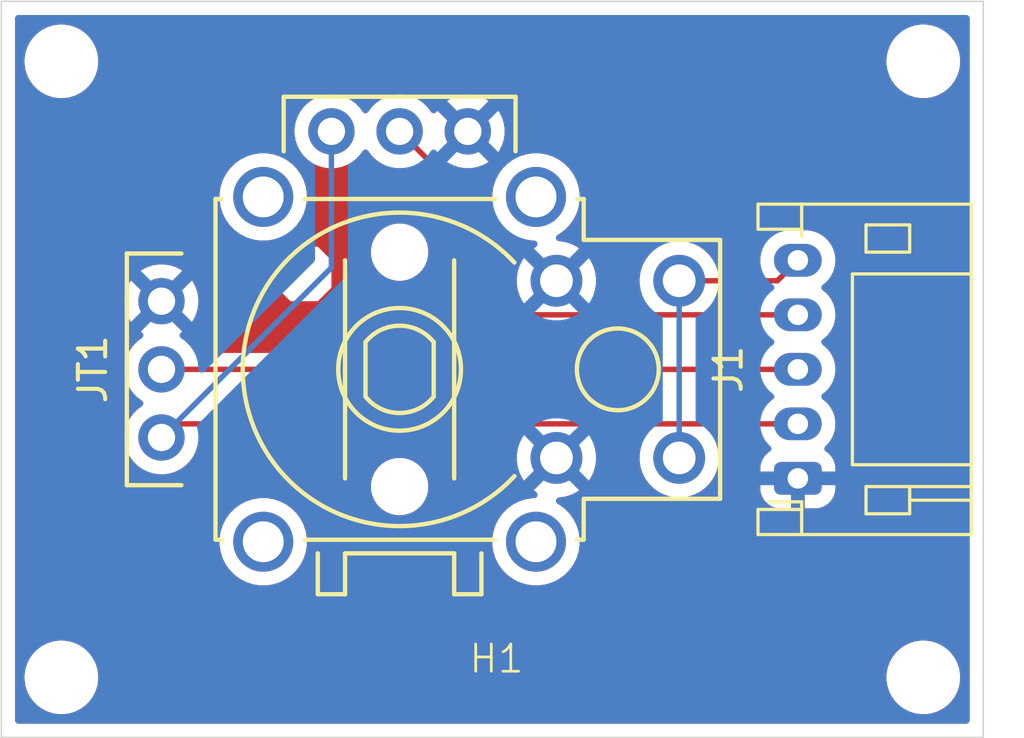
<source format=kicad_pcb>
(kicad_pcb (version 20241229) (generator "pcbnew") (generator_version "9.0")
  (layers (0 "F.Cu" signal) (2 "B.Cu" signal) (13 "F.Paste" user) (15 "B.Paste" user) (5 "F.SilkS" user "F.Silkscreen") (7 "B.SilkS" user "B.Silkscreen") (1 "F.Mask" user) (3 "B.Mask" user) (25 "Edge.Cuts" user))
  (net 0 "")
  (net 1 "GND")
  (net 2 "ADC_JT1")
  (net 3 "VCC")
  (net 4 "ADC_JT3")
  (net 5 "ADC_JT2")
  (footprint "ErgoCai.pretty:Ps4JoystickMount" (layer "F.Cu") (at 0 0)
    (property "Reference" "H1" (at 0.1524 10.6172 0) (layer "F.SilkS") (effects (font (thickness 0.1))))
    (property "Value" "MountingHole")
    (pad "" np_thru_hole circle (at -15.8 -11.3) (size 2.2 2.2) (drill 2.2) (layers "*.Cu" "*.Mask"))
    (pad "" np_thru_hole circle (at -15.8 11.3) (size 2.2 2.2) (drill 2.2) (layers "*.Cu" "*.Mask"))
    (pad "" np_thru_hole circle (at 15.8 -11.3) (size 2.2 2.2) (drill 2.2) (layers "*.Cu" "*.Mask"))
    (pad "" np_thru_hole circle (at 15.8 11.3) (size 2.2 2.2) (drill 2.2) (layers "*.Cu" "*.Mask"))
  )
  (footprint "ErgoCai.pretty:Alpsalpine_RKJXV122400R" (layer "F.Cu") (at -3.4 0 90)
    (property "Reference" "JT1" (at 0 -11.25 90) (layer "F.SilkS"))
    (property "Value" "Alpsalpine_RKJXV" (hide yes))
    (fp_line (start 4.25 -10) (end -4.25 -10) (stroke (width 0.16)) (layer "F.SilkS"))
    (fp_line (start 4.25 -8) (end 4.25 -10) (stroke (width 0.16)) (layer "F.SilkS"))
    (fp_line (start -4.25 -8) (end -4.25 -10) (stroke (width 0.16)) (layer "F.SilkS"))
    (fp_line (start 6.25 -6.75) (end 6.25 -6.5) (stroke (width 0.16)) (layer "F.SilkS"))
    (fp_line (start -6.25 -6.75) (end 6.25 -6.75) (stroke (width 0.16)) (layer "F.SilkS"))
    (fp_line (start -6.25 -6.75) (end -6.25 -6.5) (stroke (width 0.16)) (layer "F.SilkS"))
    (fp_line (start 8 -4.25) (end 10 -4.25) (stroke (width 0.16)) (layer "F.SilkS"))
    (fp_line (start -8.25 -3) (end -6.75 -3) (stroke (width 0.16)) (layer "F.SilkS"))
    (fp_line (start 4 -2) (end -4 -2) (stroke (width 0.16)) (layer "F.SilkS"))
    (fp_line (start -6.75 -2) (end -8.25 -2) (stroke (width 0.16)) (layer "F.SilkS"))
    (fp_line (start -6.75 -2) (end -6.75 2) (stroke (width 0.16)) (layer "F.SilkS"))
    (fp_line (start -8.25 -2) (end -8.25 -3) (stroke (width 0.16)) (layer "F.SilkS"))
    (fp_line (start -1 -1.25) (end 1 -1.25) (stroke (width 0.16)) (layer "F.SilkS"))
    (fp_line (start -1 1.25) (end 1 1.25) (stroke (width 0.16)) (layer "F.SilkS"))
    (fp_line (start 4 2) (end -4 2) (stroke (width 0.16)) (layer "F.SilkS"))
    (fp_line (start -6.75 2) (end -8.25 2) (stroke (width 0.16)) (layer "F.SilkS"))
    (fp_line (start -8.25 2) (end -8.25 3) (stroke (width 0.16)) (layer "F.SilkS"))
    (fp_line (start -8.25 3) (end -6.75 3) (stroke (width 0.16)) (layer "F.SilkS"))
    (fp_line (start 6.25 3.5) (end 6.25 -3.5) (stroke (width 0.16)) (layer "F.SilkS"))
    (fp_line (start -6.25 3.5) (end -6.25 -3.5) (stroke (width 0.16)) (layer "F.SilkS"))
    (fp_line (start 10 4.25) (end 10 -4.25) (stroke (width 0.16)) (layer "F.SilkS"))
    (fp_line (start 8 4.25) (end 10 4.25) (stroke (width 0.16)) (layer "F.SilkS"))
    (fp_line (start 6.25 6.5) (end 6.25 6.75) (stroke (width 0.16)) (layer "F.SilkS"))
    (fp_line (start -6.25 6.5) (end -6.25 6.75) (stroke (width 0.16)) (layer "F.SilkS"))
    (fp_line (start 4.75 6.75) (end 6.25 6.75) (stroke (width 0.16)) (layer "F.SilkS"))
    (fp_line (start -6.25 6.75) (end -4.75 6.75) (stroke (width 0.16)) (layer "F.SilkS"))
    (fp_line (start 4.75 11.75) (end 4.75 6.75) (stroke (width 0.16)) (layer "F.SilkS"))
    (fp_line (start 4.75 11.75) (end -4.75 11.75) (stroke (width 0.16)) (layer "F.SilkS"))
    (fp_line (start -4.75 11.75) (end -4.75 6.75) (stroke (width 0.16)) (layer "F.SilkS"))
    (fp_arc (start 0 -5.75) (mid 5.350735 -2.105263) (end 3.918157 4.20839) (stroke (width 0.16)) (layer "F.SilkS"))
    (fp_arc (start 1 -1.25) (mid 1.600781 0) (end 1 1.25) (stroke (width 0.16)) (layer "F.SilkS"))
    (fp_arc (start -1 1.25) (mid -1.600781 0) (end -1 -1.25) (stroke (width 0.16)) (layer "F.SilkS"))
    (fp_arc (start -3.918156 4.208389) (mid -5.350735 -2.105263) (end 0 -5.75) (stroke (width 0.16)) (layer "F.SilkS"))
    (fp_circle (center 0 0) (end 0 2.25) (stroke (width 0.16)) (fill no) (layer "F.SilkS"))
    (fp_circle (center 0 8) (end 1.5 8) (stroke (width 0.16)) (fill no) (layer "F.SilkS"))
    (pad "" thru_hole circle (at -6.325 -5 90) (size 2.2 2.2) (drill 1.5) (layers "*.Cu" "*.Mask"))
    (pad "" thru_hole circle (at -6.325 5 90) (size 2.2 2.2) (drill 1.5) (layers "*.Cu" "*.Mask"))
    (pad "" np_thru_hole circle (at -4.3 0 90) (size 1.6 1.6) (drill 1.6) (layers "*.Cu" "*.Mask"))
    (pad "" np_thru_hole circle (at 4.3 0 90) (size 1.6 1.6) (drill 1.6) (layers "*.Cu" "*.Mask"))
    (pad "" thru_hole circle (at 6.325 -5 90) (size 2.2 2.2) (drill 1.5) (layers "*.Cu" "*.Mask"))
    (pad "" thru_hole circle (at 6.325 5 90) (size 2.2 2.2) (drill 1.5) (layers "*.Cu" "*.Mask"))
    (pad "1" thru_hole circle (at 8.73 2.5 90) (size 1.7 1.7) (drill 1) (layers "*.Cu" "*.Mask") (net 1 "GND"))
    (pad "2" thru_hole circle (at 8.73 0 90) (size 1.7 1.7) (drill 1) (layers "*.Cu" "*.Mask") (net 5 "ADC_JT2"))
    (pad "3" thru_hole circle (at 8.73 -2.5 90) (size 1.7 1.7) (drill 1) (layers "*.Cu" "*.Mask") (net 3 "VCC"))
    (pad "4" thru_hole circle (at 2.5 -8.73 90) (size 1.7 1.7) (drill 1) (layers "*.Cu" "*.Mask") (net 1 "GND"))
    (pad "5" thru_hole circle (at 0 -8.73 90) (size 1.7 1.7) (drill 1) (layers "*.Cu" "*.Mask") (net 4 "ADC_JT3"))
    (pad "6" thru_hole circle (at -2.5 -8.73 90) (size 1.7 1.7) (drill 1) (layers "*.Cu" "*.Mask") (net 3 "VCC"))
    (pad "7" thru_hole circle (at -3.25 5.75 90) (size 1.9 1.9) (drill 1.2) (layers "*.Cu" "*.Mask") (net 1 "GND"))
    (pad "8" thru_hole circle (at -3.25 10.25 90) (size 1.9 1.9) (drill 1.2) (layers "*.Cu" "*.Mask") (net 2 "ADC_JT1"))
    (pad "9" thru_hole circle (at 3.25 5.75 90) (size 1.9 1.9) (drill 1.2) (layers "*.Cu" "*.Mask") (net 1 "GND"))
    (pad "10" thru_hole circle (at 3.25 10.25 90) (size 1.9 1.9) (drill 1.2) (layers "*.Cu" "*.Mask") (net 2 "ADC_JT1"))
    (zone (net 0) (net_name "") (layer "F.Cu") (connect_pads (clearance 0)) (min_thickness 0.25)
      (keepout (tracks allowed) (vias allowed) (pads allowed) (copperpour not_allowed) (footprints allowed))
      (fill (thermal_gap 0.5) (thermal_bridge_width 0.5))
      (polygon (pts (xy -6.4 -2.5) (xy -7.4 -2.5) (xy -7.9 -3) (xy -7.9 -4) (xy -7.4 -4.5) (xy -6.4 -4.5) (xy -5.9 -4) (xy -5.9 -3)))
    )
    (zone (net 0) (net_name "") (layer "F.Cu") (connect_pads (clearance 0)) (min_thickness 0.25)
      (keepout (tracks allowed) (vias allowed) (pads allowed) (copperpour not_allowed) (footprints allowed))
      (fill (thermal_gap 0.5) (thermal_bridge_width 0.5))
      (polygon (pts (xy -6.4 4.5) (xy -7.4 4.5) (xy -7.9 4) (xy -7.9 3) (xy -7.4 2.5) (xy -6.4 2.5) (xy -5.9 3) (xy -5.9 4)))
    )
    (zone (net 0) (net_name "") (layer "F.Cu") (connect_pads (clearance 0)) (min_thickness 0.25)
      (keepout (tracks allowed) (vias allowed) (pads allowed) (copperpour not_allowed) (footprints allowed))
      (fill (thermal_gap 0.5) (thermal_bridge_width 0.5))
      (polygon (pts (xy 0.6 -2.5) (xy -0.4 -2.5) (xy -0.9 -3) (xy -0.9 -4) (xy -0.4 -4.5) (xy 0.6 -4.5) (xy 1.1 -4) (xy 1.1 -3)))
    )
    (zone (net 0) (net_name "") (layer "F.Cu") (connect_pads (clearance 0)) (min_thickness 0.25)
      (keepout (tracks allowed) (vias allowed) (pads allowed) (copperpour not_allowed) (footprints allowed))
      (fill (thermal_gap 0.5) (thermal_bridge_width 0.5))
      (polygon (pts (xy 0.6 4.5) (xy -0.4 4.5) (xy -0.9 4) (xy -0.9 3) (xy -0.4 2.5) (xy 0.6 2.5) (xy 1.1 3) (xy 1.1 4)))
    )
    (zone (net 0) (net_name "") (layer "F.Cu") (connect_pads (clearance 0)) (min_thickness 0.25)
      (keepout (tracks allowed) (vias allowed) (pads allowed) (copperpour not_allowed) (footprints allowed))
      (fill (thermal_gap 0.5) (thermal_bridge_width 0.5))
      (polygon (pts (xy 5.1 1.5) (xy -3.9 1.5) (xy -4.9 0.5) (xy -4.9 -0.5) (xy -3.9 -1.5) (xy 5.1 -1.5) (xy 6.1 -0.5) (xy 6.1 0.5)))
    )
  )
  (footprint "Connector_JST:JST_PH_S5B-PH-K_1x05_P2.00mm_Horizontal" (layer "F.Cu") (at 11.2 4 90)
    (property "Reference" "J1" (at 4 -2.55 90) (layer "F.SilkS"))
    (property "Value" "Conn_01x05")
    (fp_line (start 10.06 -1.46) (end 9.14 -1.46) (stroke (width 0.12)) (layer "F.SilkS"))
    (fp_line (start 9.14 -1.46) (end 9.14 0.14) (stroke (width 0.12)) (layer "F.SilkS"))
    (fp_line (start -1.14 -1.46) (end -2.06 -1.46) (stroke (width 0.12)) (layer "F.SilkS"))
    (fp_line (start -2.06 -1.46) (end -2.06 6.36) (stroke (width 0.12)) (layer "F.SilkS"))
    (fp_line (start 10.06 0.14) (end 9.14 0.14) (stroke (width 0.12)) (layer "F.SilkS"))
    (fp_line (start 9.14 0.14) (end 8.86 0.14) (stroke (width 0.12)) (layer "F.SilkS"))
    (fp_line (start -0.86 0.14) (end -0.86 -1.075) (stroke (width 0.12)) (layer "F.SilkS"))
    (fp_line (start -0.86 0.14) (end -1.14 0.14) (stroke (width 0.12)) (layer "F.SilkS"))
    (fp_line (start -1.14 0.14) (end -1.14 -1.46) (stroke (width 0.12)) (layer "F.SilkS"))
    (fp_line (start -2.06 0.14) (end -1.14 0.14) (stroke (width 0.12)) (layer "F.SilkS"))
    (fp_line (start 7.5 2) (end 7.5 6.36) (stroke (width 0.12)) (layer "F.SilkS"))
    (fp_line (start 0.5 2) (end 7.5 2) (stroke (width 0.12)) (layer "F.SilkS"))
    (fp_line (start 9.3 2.5) (end 9.3 4.1) (stroke (width 0.12)) (layer "F.SilkS"))
    (fp_line (start 8.3 2.5) (end 9.3 2.5) (stroke (width 0.12)) (layer "F.SilkS"))
    (fp_line (start -0.3 2.5) (end -1.3 2.5) (stroke (width 0.12)) (layer "F.SilkS"))
    (fp_line (start -1.3 2.5) (end -1.3 4.1) (stroke (width 0.12)) (layer "F.SilkS"))
    (fp_line (start 9.3 4.1) (end 8.3 4.1) (stroke (width 0.12)) (layer "F.SilkS"))
    (fp_line (start 8.3 4.1) (end 8.3 2.5) (stroke (width 0.12)) (layer "F.SilkS"))
    (fp_line (start -0.3 4.1) (end -0.3 2.5) (stroke (width 0.12)) (layer "F.SilkS"))
    (fp_line (start -0.3 4.1) (end -0.3 6.36) (stroke (width 0.12)) (layer "F.SilkS"))
    (fp_line (start -0.8 4.1) (end -0.8 6.36) (stroke (width 0.12)) (layer "F.SilkS"))
    (fp_line (start -1.3 4.1) (end -0.3 4.1) (stroke (width 0.12)) (layer "F.SilkS"))
    (fp_line (start 10.06 6.36) (end 10.06 -1.46) (stroke (width 0.12)) (layer "F.SilkS"))
    (fp_line (start 0.5 6.36) (end 0.5 2) (stroke (width 0.12)) (layer "F.SilkS"))
    (fp_line (start -2.06 6.36) (end 10.06 6.36) (stroke (width 0.12)) (layer "F.SilkS"))
    (pad "1" thru_hole roundrect (at 0 0 90) (size 1.2 1.75) (drill 0.75) (layers "*.Cu" "*.Mask") (roundrect_rratio 0.208333) (net 1 "GND"))
    (pad "2" thru_hole oval (at 2 0 90) (size 1.2 1.75) (drill 0.75) (layers "*.Cu" "*.Mask") (net 3 "VCC"))
    (pad "3" thru_hole oval (at 4 0 90) (size 1.2 1.75) (drill 0.75) (layers "*.Cu" "*.Mask") (net 4 "ADC_JT3"))
    (pad "4" thru_hole oval (at 6 0 90) (size 1.2 1.75) (drill 0.75) (layers "*.Cu" "*.Mask") (net 5 "ADC_JT2"))
    (pad "5" thru_hole oval (at 8 0 90) (size 1.2 1.75) (drill 0.75) (layers "*.Cu" "*.Mask") (net 2 "ADC_JT1"))
  )
  (gr_line (start 18 -13.5) (end -18 -13.5) (stroke (width 0.05)) (layer "Edge.Cuts"))
  (gr_line (start 18 13.5) (end 18 -13.5) (stroke (width 0.05)) (layer "Edge.Cuts"))
  (gr_line (start -18 -13.5) (end -18 13.5) (stroke (width 0.05)) (layer "Edge.Cuts"))
  (gr_line (start -18 13.5) (end 18 13.5) (stroke (width 0.05)) (layer "Edge.Cuts"))
  (segment (start 6.85 -3.25) (end 10.45 -3.25) (width 0.2) (layer "F.Cu") (net 2))
  (segment (start 10.45 -3.25) (end 11.2 -4) (width 0.2) (layer "F.Cu") (net 2))
  (segment (start 6.85 -3.25) (end 6.85 3.25) (width 0.2) (layer "B.Cu") (net 2))
  (segment (start -11.63 2) (end 11.2 2) (width 0.2) (layer "F.Cu") (net 3))
  (segment (start -12.13 2.5) (end -11.63 2) (width 0.2) (layer "F.Cu") (net 3))
  (segment (start -12.13 2.5) (end -5.9 -3.73) (width 0.2) (layer "B.Cu") (net 3))
  (segment (start -5.9 -3.73) (end -5.9 -8.73) (width 0.2) (layer "B.Cu") (net 3))
  (segment (start -12.13 0) (end 11.2 0) (width 0.2) (layer "F.Cu") (net 4))
  (segment (start 11.2 -2) (end 1.4 -2) (width 0.2) (layer "F.Cu") (net 5))
  (segment (start -2.249 -5.649) (end -2.249 -7.579) (width 0.2) (layer "F.Cu") (net 5))
  (segment (start 1.4 -2) (end -2.249 -5.649) (width 0.2) (layer "F.Cu") (net 5))
  (segment (start -2.249 -7.579) (end -3.4 -8.73) (width 0.2) (layer "F.Cu") (net 5))
  (zone (net 1) (net_name "GND") (layers "F.Cu" "B.Cu") (connect_pads (clearance 0.5)) (min_thickness 0.25) (fill yes (thermal_gap 0.5) (thermal_bridge_width 0.5))
    (polygon (pts (xy -18.01 -13.47) (xy 17.99 -13.47) (xy 17.99 13.48) (xy -18.01 13.48)))
  )
)
</source>
